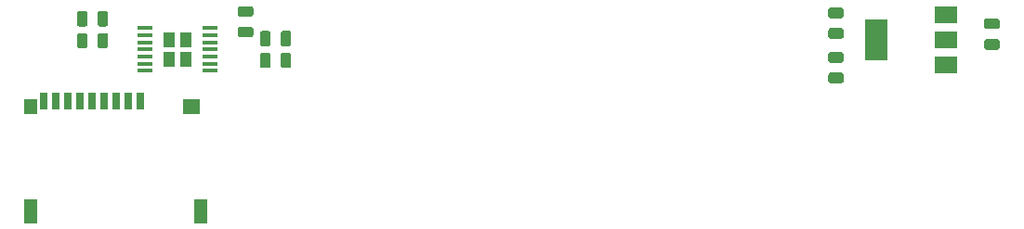
<source format=gbr>
G04 #@! TF.GenerationSoftware,KiCad,Pcbnew,(5.1.5)-3*
G04 #@! TF.CreationDate,2020-07-15T19:05:23-05:00*
G04 #@! TF.ProjectId,PikateaBSB,50696b61-7465-4614-9253-422e6b696361,rev?*
G04 #@! TF.SameCoordinates,Original*
G04 #@! TF.FileFunction,Paste,Top*
G04 #@! TF.FilePolarity,Positive*
%FSLAX46Y46*%
G04 Gerber Fmt 4.6, Leading zero omitted, Abs format (unit mm)*
G04 Created by KiCad (PCBNEW (5.1.5)-3) date 2020-07-15 19:05:23*
%MOMM*%
%LPD*%
G04 APERTURE LIST*
%ADD10R,1.100000X1.400000*%
%ADD11R,1.450000X0.450000*%
%ADD12R,0.700000X1.600000*%
%ADD13R,1.200000X1.400000*%
%ADD14R,1.600000X1.400000*%
%ADD15R,1.200000X2.200000*%
%ADD16R,2.000000X1.500000*%
%ADD17R,2.000000X3.800000*%
%ADD18C,0.100000*%
G04 APERTURE END LIST*
D10*
X151650000Y-47100000D03*
D11*
X155350000Y-46050000D03*
X155350000Y-46700000D03*
X155350000Y-47350000D03*
X155350000Y-48000000D03*
X155350000Y-48650000D03*
X155350000Y-49300000D03*
X155350000Y-49950000D03*
X149450000Y-49950000D03*
X149450000Y-49300000D03*
X149450000Y-48650000D03*
X149450000Y-48000000D03*
X149450000Y-47350000D03*
X149450000Y-46700000D03*
X149450000Y-46050000D03*
D10*
X153150000Y-47100000D03*
X153150000Y-48900000D03*
X151650000Y-48900000D03*
D12*
X146800000Y-52700000D03*
X147900000Y-52700000D03*
X149000000Y-52700000D03*
X145700000Y-52700000D03*
X144600000Y-52700000D03*
X143500000Y-52700000D03*
X141300000Y-52700000D03*
X142400000Y-52700000D03*
X140200000Y-52700000D03*
D13*
X139050000Y-53200000D03*
D14*
X153650000Y-53200000D03*
D15*
X139050000Y-62800000D03*
X154550000Y-62800000D03*
D16*
X222400000Y-49400000D03*
X222400000Y-44800000D03*
X222400000Y-47100000D03*
D17*
X216100000Y-47100000D03*
D18*
G36*
X145867642Y-46501174D02*
G01*
X145891303Y-46504684D01*
X145914507Y-46510496D01*
X145937029Y-46518554D01*
X145958653Y-46528782D01*
X145979170Y-46541079D01*
X145998383Y-46555329D01*
X146016107Y-46571393D01*
X146032171Y-46589117D01*
X146046421Y-46608330D01*
X146058718Y-46628847D01*
X146068946Y-46650471D01*
X146077004Y-46672993D01*
X146082816Y-46696197D01*
X146086326Y-46719858D01*
X146087500Y-46743750D01*
X146087500Y-47656250D01*
X146086326Y-47680142D01*
X146082816Y-47703803D01*
X146077004Y-47727007D01*
X146068946Y-47749529D01*
X146058718Y-47771153D01*
X146046421Y-47791670D01*
X146032171Y-47810883D01*
X146016107Y-47828607D01*
X145998383Y-47844671D01*
X145979170Y-47858921D01*
X145958653Y-47871218D01*
X145937029Y-47881446D01*
X145914507Y-47889504D01*
X145891303Y-47895316D01*
X145867642Y-47898826D01*
X145843750Y-47900000D01*
X145356250Y-47900000D01*
X145332358Y-47898826D01*
X145308697Y-47895316D01*
X145285493Y-47889504D01*
X145262971Y-47881446D01*
X145241347Y-47871218D01*
X145220830Y-47858921D01*
X145201617Y-47844671D01*
X145183893Y-47828607D01*
X145167829Y-47810883D01*
X145153579Y-47791670D01*
X145141282Y-47771153D01*
X145131054Y-47749529D01*
X145122996Y-47727007D01*
X145117184Y-47703803D01*
X145113674Y-47680142D01*
X145112500Y-47656250D01*
X145112500Y-46743750D01*
X145113674Y-46719858D01*
X145117184Y-46696197D01*
X145122996Y-46672993D01*
X145131054Y-46650471D01*
X145141282Y-46628847D01*
X145153579Y-46608330D01*
X145167829Y-46589117D01*
X145183893Y-46571393D01*
X145201617Y-46555329D01*
X145220830Y-46541079D01*
X145241347Y-46528782D01*
X145262971Y-46518554D01*
X145285493Y-46510496D01*
X145308697Y-46504684D01*
X145332358Y-46501174D01*
X145356250Y-46500000D01*
X145843750Y-46500000D01*
X145867642Y-46501174D01*
G37*
G36*
X143992642Y-46501174D02*
G01*
X144016303Y-46504684D01*
X144039507Y-46510496D01*
X144062029Y-46518554D01*
X144083653Y-46528782D01*
X144104170Y-46541079D01*
X144123383Y-46555329D01*
X144141107Y-46571393D01*
X144157171Y-46589117D01*
X144171421Y-46608330D01*
X144183718Y-46628847D01*
X144193946Y-46650471D01*
X144202004Y-46672993D01*
X144207816Y-46696197D01*
X144211326Y-46719858D01*
X144212500Y-46743750D01*
X144212500Y-47656250D01*
X144211326Y-47680142D01*
X144207816Y-47703803D01*
X144202004Y-47727007D01*
X144193946Y-47749529D01*
X144183718Y-47771153D01*
X144171421Y-47791670D01*
X144157171Y-47810883D01*
X144141107Y-47828607D01*
X144123383Y-47844671D01*
X144104170Y-47858921D01*
X144083653Y-47871218D01*
X144062029Y-47881446D01*
X144039507Y-47889504D01*
X144016303Y-47895316D01*
X143992642Y-47898826D01*
X143968750Y-47900000D01*
X143481250Y-47900000D01*
X143457358Y-47898826D01*
X143433697Y-47895316D01*
X143410493Y-47889504D01*
X143387971Y-47881446D01*
X143366347Y-47871218D01*
X143345830Y-47858921D01*
X143326617Y-47844671D01*
X143308893Y-47828607D01*
X143292829Y-47810883D01*
X143278579Y-47791670D01*
X143266282Y-47771153D01*
X143256054Y-47749529D01*
X143247996Y-47727007D01*
X143242184Y-47703803D01*
X143238674Y-47680142D01*
X143237500Y-47656250D01*
X143237500Y-46743750D01*
X143238674Y-46719858D01*
X143242184Y-46696197D01*
X143247996Y-46672993D01*
X143256054Y-46650471D01*
X143266282Y-46628847D01*
X143278579Y-46608330D01*
X143292829Y-46589117D01*
X143308893Y-46571393D01*
X143326617Y-46555329D01*
X143345830Y-46541079D01*
X143366347Y-46528782D01*
X143387971Y-46518554D01*
X143410493Y-46510496D01*
X143433697Y-46504684D01*
X143457358Y-46501174D01*
X143481250Y-46500000D01*
X143968750Y-46500000D01*
X143992642Y-46501174D01*
G37*
G36*
X145867642Y-44501174D02*
G01*
X145891303Y-44504684D01*
X145914507Y-44510496D01*
X145937029Y-44518554D01*
X145958653Y-44528782D01*
X145979170Y-44541079D01*
X145998383Y-44555329D01*
X146016107Y-44571393D01*
X146032171Y-44589117D01*
X146046421Y-44608330D01*
X146058718Y-44628847D01*
X146068946Y-44650471D01*
X146077004Y-44672993D01*
X146082816Y-44696197D01*
X146086326Y-44719858D01*
X146087500Y-44743750D01*
X146087500Y-45656250D01*
X146086326Y-45680142D01*
X146082816Y-45703803D01*
X146077004Y-45727007D01*
X146068946Y-45749529D01*
X146058718Y-45771153D01*
X146046421Y-45791670D01*
X146032171Y-45810883D01*
X146016107Y-45828607D01*
X145998383Y-45844671D01*
X145979170Y-45858921D01*
X145958653Y-45871218D01*
X145937029Y-45881446D01*
X145914507Y-45889504D01*
X145891303Y-45895316D01*
X145867642Y-45898826D01*
X145843750Y-45900000D01*
X145356250Y-45900000D01*
X145332358Y-45898826D01*
X145308697Y-45895316D01*
X145285493Y-45889504D01*
X145262971Y-45881446D01*
X145241347Y-45871218D01*
X145220830Y-45858921D01*
X145201617Y-45844671D01*
X145183893Y-45828607D01*
X145167829Y-45810883D01*
X145153579Y-45791670D01*
X145141282Y-45771153D01*
X145131054Y-45749529D01*
X145122996Y-45727007D01*
X145117184Y-45703803D01*
X145113674Y-45680142D01*
X145112500Y-45656250D01*
X145112500Y-44743750D01*
X145113674Y-44719858D01*
X145117184Y-44696197D01*
X145122996Y-44672993D01*
X145131054Y-44650471D01*
X145141282Y-44628847D01*
X145153579Y-44608330D01*
X145167829Y-44589117D01*
X145183893Y-44571393D01*
X145201617Y-44555329D01*
X145220830Y-44541079D01*
X145241347Y-44528782D01*
X145262971Y-44518554D01*
X145285493Y-44510496D01*
X145308697Y-44504684D01*
X145332358Y-44501174D01*
X145356250Y-44500000D01*
X145843750Y-44500000D01*
X145867642Y-44501174D01*
G37*
G36*
X143992642Y-44501174D02*
G01*
X144016303Y-44504684D01*
X144039507Y-44510496D01*
X144062029Y-44518554D01*
X144083653Y-44528782D01*
X144104170Y-44541079D01*
X144123383Y-44555329D01*
X144141107Y-44571393D01*
X144157171Y-44589117D01*
X144171421Y-44608330D01*
X144183718Y-44628847D01*
X144193946Y-44650471D01*
X144202004Y-44672993D01*
X144207816Y-44696197D01*
X144211326Y-44719858D01*
X144212500Y-44743750D01*
X144212500Y-45656250D01*
X144211326Y-45680142D01*
X144207816Y-45703803D01*
X144202004Y-45727007D01*
X144193946Y-45749529D01*
X144183718Y-45771153D01*
X144171421Y-45791670D01*
X144157171Y-45810883D01*
X144141107Y-45828607D01*
X144123383Y-45844671D01*
X144104170Y-45858921D01*
X144083653Y-45871218D01*
X144062029Y-45881446D01*
X144039507Y-45889504D01*
X144016303Y-45895316D01*
X143992642Y-45898826D01*
X143968750Y-45900000D01*
X143481250Y-45900000D01*
X143457358Y-45898826D01*
X143433697Y-45895316D01*
X143410493Y-45889504D01*
X143387971Y-45881446D01*
X143366347Y-45871218D01*
X143345830Y-45858921D01*
X143326617Y-45844671D01*
X143308893Y-45828607D01*
X143292829Y-45810883D01*
X143278579Y-45791670D01*
X143266282Y-45771153D01*
X143256054Y-45749529D01*
X143247996Y-45727007D01*
X143242184Y-45703803D01*
X143238674Y-45680142D01*
X143237500Y-45656250D01*
X143237500Y-44743750D01*
X143238674Y-44719858D01*
X143242184Y-44696197D01*
X143247996Y-44672993D01*
X143256054Y-44650471D01*
X143266282Y-44628847D01*
X143278579Y-44608330D01*
X143292829Y-44589117D01*
X143308893Y-44571393D01*
X143326617Y-44555329D01*
X143345830Y-44541079D01*
X143366347Y-44528782D01*
X143387971Y-44518554D01*
X143410493Y-44510496D01*
X143433697Y-44504684D01*
X143457358Y-44501174D01*
X143481250Y-44500000D01*
X143968750Y-44500000D01*
X143992642Y-44501174D01*
G37*
G36*
X160667642Y-48301174D02*
G01*
X160691303Y-48304684D01*
X160714507Y-48310496D01*
X160737029Y-48318554D01*
X160758653Y-48328782D01*
X160779170Y-48341079D01*
X160798383Y-48355329D01*
X160816107Y-48371393D01*
X160832171Y-48389117D01*
X160846421Y-48408330D01*
X160858718Y-48428847D01*
X160868946Y-48450471D01*
X160877004Y-48472993D01*
X160882816Y-48496197D01*
X160886326Y-48519858D01*
X160887500Y-48543750D01*
X160887500Y-49456250D01*
X160886326Y-49480142D01*
X160882816Y-49503803D01*
X160877004Y-49527007D01*
X160868946Y-49549529D01*
X160858718Y-49571153D01*
X160846421Y-49591670D01*
X160832171Y-49610883D01*
X160816107Y-49628607D01*
X160798383Y-49644671D01*
X160779170Y-49658921D01*
X160758653Y-49671218D01*
X160737029Y-49681446D01*
X160714507Y-49689504D01*
X160691303Y-49695316D01*
X160667642Y-49698826D01*
X160643750Y-49700000D01*
X160156250Y-49700000D01*
X160132358Y-49698826D01*
X160108697Y-49695316D01*
X160085493Y-49689504D01*
X160062971Y-49681446D01*
X160041347Y-49671218D01*
X160020830Y-49658921D01*
X160001617Y-49644671D01*
X159983893Y-49628607D01*
X159967829Y-49610883D01*
X159953579Y-49591670D01*
X159941282Y-49571153D01*
X159931054Y-49549529D01*
X159922996Y-49527007D01*
X159917184Y-49503803D01*
X159913674Y-49480142D01*
X159912500Y-49456250D01*
X159912500Y-48543750D01*
X159913674Y-48519858D01*
X159917184Y-48496197D01*
X159922996Y-48472993D01*
X159931054Y-48450471D01*
X159941282Y-48428847D01*
X159953579Y-48408330D01*
X159967829Y-48389117D01*
X159983893Y-48371393D01*
X160001617Y-48355329D01*
X160020830Y-48341079D01*
X160041347Y-48328782D01*
X160062971Y-48318554D01*
X160085493Y-48310496D01*
X160108697Y-48304684D01*
X160132358Y-48301174D01*
X160156250Y-48300000D01*
X160643750Y-48300000D01*
X160667642Y-48301174D01*
G37*
G36*
X162542642Y-48301174D02*
G01*
X162566303Y-48304684D01*
X162589507Y-48310496D01*
X162612029Y-48318554D01*
X162633653Y-48328782D01*
X162654170Y-48341079D01*
X162673383Y-48355329D01*
X162691107Y-48371393D01*
X162707171Y-48389117D01*
X162721421Y-48408330D01*
X162733718Y-48428847D01*
X162743946Y-48450471D01*
X162752004Y-48472993D01*
X162757816Y-48496197D01*
X162761326Y-48519858D01*
X162762500Y-48543750D01*
X162762500Y-49456250D01*
X162761326Y-49480142D01*
X162757816Y-49503803D01*
X162752004Y-49527007D01*
X162743946Y-49549529D01*
X162733718Y-49571153D01*
X162721421Y-49591670D01*
X162707171Y-49610883D01*
X162691107Y-49628607D01*
X162673383Y-49644671D01*
X162654170Y-49658921D01*
X162633653Y-49671218D01*
X162612029Y-49681446D01*
X162589507Y-49689504D01*
X162566303Y-49695316D01*
X162542642Y-49698826D01*
X162518750Y-49700000D01*
X162031250Y-49700000D01*
X162007358Y-49698826D01*
X161983697Y-49695316D01*
X161960493Y-49689504D01*
X161937971Y-49681446D01*
X161916347Y-49671218D01*
X161895830Y-49658921D01*
X161876617Y-49644671D01*
X161858893Y-49628607D01*
X161842829Y-49610883D01*
X161828579Y-49591670D01*
X161816282Y-49571153D01*
X161806054Y-49549529D01*
X161797996Y-49527007D01*
X161792184Y-49503803D01*
X161788674Y-49480142D01*
X161787500Y-49456250D01*
X161787500Y-48543750D01*
X161788674Y-48519858D01*
X161792184Y-48496197D01*
X161797996Y-48472993D01*
X161806054Y-48450471D01*
X161816282Y-48428847D01*
X161828579Y-48408330D01*
X161842829Y-48389117D01*
X161858893Y-48371393D01*
X161876617Y-48355329D01*
X161895830Y-48341079D01*
X161916347Y-48328782D01*
X161937971Y-48318554D01*
X161960493Y-48310496D01*
X161983697Y-48304684D01*
X162007358Y-48301174D01*
X162031250Y-48300000D01*
X162518750Y-48300000D01*
X162542642Y-48301174D01*
G37*
G36*
X162542642Y-46301174D02*
G01*
X162566303Y-46304684D01*
X162589507Y-46310496D01*
X162612029Y-46318554D01*
X162633653Y-46328782D01*
X162654170Y-46341079D01*
X162673383Y-46355329D01*
X162691107Y-46371393D01*
X162707171Y-46389117D01*
X162721421Y-46408330D01*
X162733718Y-46428847D01*
X162743946Y-46450471D01*
X162752004Y-46472993D01*
X162757816Y-46496197D01*
X162761326Y-46519858D01*
X162762500Y-46543750D01*
X162762500Y-47456250D01*
X162761326Y-47480142D01*
X162757816Y-47503803D01*
X162752004Y-47527007D01*
X162743946Y-47549529D01*
X162733718Y-47571153D01*
X162721421Y-47591670D01*
X162707171Y-47610883D01*
X162691107Y-47628607D01*
X162673383Y-47644671D01*
X162654170Y-47658921D01*
X162633653Y-47671218D01*
X162612029Y-47681446D01*
X162589507Y-47689504D01*
X162566303Y-47695316D01*
X162542642Y-47698826D01*
X162518750Y-47700000D01*
X162031250Y-47700000D01*
X162007358Y-47698826D01*
X161983697Y-47695316D01*
X161960493Y-47689504D01*
X161937971Y-47681446D01*
X161916347Y-47671218D01*
X161895830Y-47658921D01*
X161876617Y-47644671D01*
X161858893Y-47628607D01*
X161842829Y-47610883D01*
X161828579Y-47591670D01*
X161816282Y-47571153D01*
X161806054Y-47549529D01*
X161797996Y-47527007D01*
X161792184Y-47503803D01*
X161788674Y-47480142D01*
X161787500Y-47456250D01*
X161787500Y-46543750D01*
X161788674Y-46519858D01*
X161792184Y-46496197D01*
X161797996Y-46472993D01*
X161806054Y-46450471D01*
X161816282Y-46428847D01*
X161828579Y-46408330D01*
X161842829Y-46389117D01*
X161858893Y-46371393D01*
X161876617Y-46355329D01*
X161895830Y-46341079D01*
X161916347Y-46328782D01*
X161937971Y-46318554D01*
X161960493Y-46310496D01*
X161983697Y-46304684D01*
X162007358Y-46301174D01*
X162031250Y-46300000D01*
X162518750Y-46300000D01*
X162542642Y-46301174D01*
G37*
G36*
X160667642Y-46301174D02*
G01*
X160691303Y-46304684D01*
X160714507Y-46310496D01*
X160737029Y-46318554D01*
X160758653Y-46328782D01*
X160779170Y-46341079D01*
X160798383Y-46355329D01*
X160816107Y-46371393D01*
X160832171Y-46389117D01*
X160846421Y-46408330D01*
X160858718Y-46428847D01*
X160868946Y-46450471D01*
X160877004Y-46472993D01*
X160882816Y-46496197D01*
X160886326Y-46519858D01*
X160887500Y-46543750D01*
X160887500Y-47456250D01*
X160886326Y-47480142D01*
X160882816Y-47503803D01*
X160877004Y-47527007D01*
X160868946Y-47549529D01*
X160858718Y-47571153D01*
X160846421Y-47591670D01*
X160832171Y-47610883D01*
X160816107Y-47628607D01*
X160798383Y-47644671D01*
X160779170Y-47658921D01*
X160758653Y-47671218D01*
X160737029Y-47681446D01*
X160714507Y-47689504D01*
X160691303Y-47695316D01*
X160667642Y-47698826D01*
X160643750Y-47700000D01*
X160156250Y-47700000D01*
X160132358Y-47698826D01*
X160108697Y-47695316D01*
X160085493Y-47689504D01*
X160062971Y-47681446D01*
X160041347Y-47671218D01*
X160020830Y-47658921D01*
X160001617Y-47644671D01*
X159983893Y-47628607D01*
X159967829Y-47610883D01*
X159953579Y-47591670D01*
X159941282Y-47571153D01*
X159931054Y-47549529D01*
X159922996Y-47527007D01*
X159917184Y-47503803D01*
X159913674Y-47480142D01*
X159912500Y-47456250D01*
X159912500Y-46543750D01*
X159913674Y-46519858D01*
X159917184Y-46496197D01*
X159922996Y-46472993D01*
X159931054Y-46450471D01*
X159941282Y-46428847D01*
X159953579Y-46408330D01*
X159967829Y-46389117D01*
X159983893Y-46371393D01*
X160001617Y-46355329D01*
X160020830Y-46341079D01*
X160041347Y-46328782D01*
X160062971Y-46318554D01*
X160085493Y-46310496D01*
X160108697Y-46304684D01*
X160132358Y-46301174D01*
X160156250Y-46300000D01*
X160643750Y-46300000D01*
X160667642Y-46301174D01*
G37*
G36*
X212880142Y-50113674D02*
G01*
X212903803Y-50117184D01*
X212927007Y-50122996D01*
X212949529Y-50131054D01*
X212971153Y-50141282D01*
X212991670Y-50153579D01*
X213010883Y-50167829D01*
X213028607Y-50183893D01*
X213044671Y-50201617D01*
X213058921Y-50220830D01*
X213071218Y-50241347D01*
X213081446Y-50262971D01*
X213089504Y-50285493D01*
X213095316Y-50308697D01*
X213098826Y-50332358D01*
X213100000Y-50356250D01*
X213100000Y-50843750D01*
X213098826Y-50867642D01*
X213095316Y-50891303D01*
X213089504Y-50914507D01*
X213081446Y-50937029D01*
X213071218Y-50958653D01*
X213058921Y-50979170D01*
X213044671Y-50998383D01*
X213028607Y-51016107D01*
X213010883Y-51032171D01*
X212991670Y-51046421D01*
X212971153Y-51058718D01*
X212949529Y-51068946D01*
X212927007Y-51077004D01*
X212903803Y-51082816D01*
X212880142Y-51086326D01*
X212856250Y-51087500D01*
X211943750Y-51087500D01*
X211919858Y-51086326D01*
X211896197Y-51082816D01*
X211872993Y-51077004D01*
X211850471Y-51068946D01*
X211828847Y-51058718D01*
X211808330Y-51046421D01*
X211789117Y-51032171D01*
X211771393Y-51016107D01*
X211755329Y-50998383D01*
X211741079Y-50979170D01*
X211728782Y-50958653D01*
X211718554Y-50937029D01*
X211710496Y-50914507D01*
X211704684Y-50891303D01*
X211701174Y-50867642D01*
X211700000Y-50843750D01*
X211700000Y-50356250D01*
X211701174Y-50332358D01*
X211704684Y-50308697D01*
X211710496Y-50285493D01*
X211718554Y-50262971D01*
X211728782Y-50241347D01*
X211741079Y-50220830D01*
X211755329Y-50201617D01*
X211771393Y-50183893D01*
X211789117Y-50167829D01*
X211808330Y-50153579D01*
X211828847Y-50141282D01*
X211850471Y-50131054D01*
X211872993Y-50122996D01*
X211896197Y-50117184D01*
X211919858Y-50113674D01*
X211943750Y-50112500D01*
X212856250Y-50112500D01*
X212880142Y-50113674D01*
G37*
G36*
X212880142Y-48238674D02*
G01*
X212903803Y-48242184D01*
X212927007Y-48247996D01*
X212949529Y-48256054D01*
X212971153Y-48266282D01*
X212991670Y-48278579D01*
X213010883Y-48292829D01*
X213028607Y-48308893D01*
X213044671Y-48326617D01*
X213058921Y-48345830D01*
X213071218Y-48366347D01*
X213081446Y-48387971D01*
X213089504Y-48410493D01*
X213095316Y-48433697D01*
X213098826Y-48457358D01*
X213100000Y-48481250D01*
X213100000Y-48968750D01*
X213098826Y-48992642D01*
X213095316Y-49016303D01*
X213089504Y-49039507D01*
X213081446Y-49062029D01*
X213071218Y-49083653D01*
X213058921Y-49104170D01*
X213044671Y-49123383D01*
X213028607Y-49141107D01*
X213010883Y-49157171D01*
X212991670Y-49171421D01*
X212971153Y-49183718D01*
X212949529Y-49193946D01*
X212927007Y-49202004D01*
X212903803Y-49207816D01*
X212880142Y-49211326D01*
X212856250Y-49212500D01*
X211943750Y-49212500D01*
X211919858Y-49211326D01*
X211896197Y-49207816D01*
X211872993Y-49202004D01*
X211850471Y-49193946D01*
X211828847Y-49183718D01*
X211808330Y-49171421D01*
X211789117Y-49157171D01*
X211771393Y-49141107D01*
X211755329Y-49123383D01*
X211741079Y-49104170D01*
X211728782Y-49083653D01*
X211718554Y-49062029D01*
X211710496Y-49039507D01*
X211704684Y-49016303D01*
X211701174Y-48992642D01*
X211700000Y-48968750D01*
X211700000Y-48481250D01*
X211701174Y-48457358D01*
X211704684Y-48433697D01*
X211710496Y-48410493D01*
X211718554Y-48387971D01*
X211728782Y-48366347D01*
X211741079Y-48345830D01*
X211755329Y-48326617D01*
X211771393Y-48308893D01*
X211789117Y-48292829D01*
X211808330Y-48278579D01*
X211828847Y-48266282D01*
X211850471Y-48256054D01*
X211872993Y-48247996D01*
X211896197Y-48242184D01*
X211919858Y-48238674D01*
X211943750Y-48237500D01*
X212856250Y-48237500D01*
X212880142Y-48238674D01*
G37*
G36*
X159080142Y-45913674D02*
G01*
X159103803Y-45917184D01*
X159127007Y-45922996D01*
X159149529Y-45931054D01*
X159171153Y-45941282D01*
X159191670Y-45953579D01*
X159210883Y-45967829D01*
X159228607Y-45983893D01*
X159244671Y-46001617D01*
X159258921Y-46020830D01*
X159271218Y-46041347D01*
X159281446Y-46062971D01*
X159289504Y-46085493D01*
X159295316Y-46108697D01*
X159298826Y-46132358D01*
X159300000Y-46156250D01*
X159300000Y-46643750D01*
X159298826Y-46667642D01*
X159295316Y-46691303D01*
X159289504Y-46714507D01*
X159281446Y-46737029D01*
X159271218Y-46758653D01*
X159258921Y-46779170D01*
X159244671Y-46798383D01*
X159228607Y-46816107D01*
X159210883Y-46832171D01*
X159191670Y-46846421D01*
X159171153Y-46858718D01*
X159149529Y-46868946D01*
X159127007Y-46877004D01*
X159103803Y-46882816D01*
X159080142Y-46886326D01*
X159056250Y-46887500D01*
X158143750Y-46887500D01*
X158119858Y-46886326D01*
X158096197Y-46882816D01*
X158072993Y-46877004D01*
X158050471Y-46868946D01*
X158028847Y-46858718D01*
X158008330Y-46846421D01*
X157989117Y-46832171D01*
X157971393Y-46816107D01*
X157955329Y-46798383D01*
X157941079Y-46779170D01*
X157928782Y-46758653D01*
X157918554Y-46737029D01*
X157910496Y-46714507D01*
X157904684Y-46691303D01*
X157901174Y-46667642D01*
X157900000Y-46643750D01*
X157900000Y-46156250D01*
X157901174Y-46132358D01*
X157904684Y-46108697D01*
X157910496Y-46085493D01*
X157918554Y-46062971D01*
X157928782Y-46041347D01*
X157941079Y-46020830D01*
X157955329Y-46001617D01*
X157971393Y-45983893D01*
X157989117Y-45967829D01*
X158008330Y-45953579D01*
X158028847Y-45941282D01*
X158050471Y-45931054D01*
X158072993Y-45922996D01*
X158096197Y-45917184D01*
X158119858Y-45913674D01*
X158143750Y-45912500D01*
X159056250Y-45912500D01*
X159080142Y-45913674D01*
G37*
G36*
X159080142Y-44038674D02*
G01*
X159103803Y-44042184D01*
X159127007Y-44047996D01*
X159149529Y-44056054D01*
X159171153Y-44066282D01*
X159191670Y-44078579D01*
X159210883Y-44092829D01*
X159228607Y-44108893D01*
X159244671Y-44126617D01*
X159258921Y-44145830D01*
X159271218Y-44166347D01*
X159281446Y-44187971D01*
X159289504Y-44210493D01*
X159295316Y-44233697D01*
X159298826Y-44257358D01*
X159300000Y-44281250D01*
X159300000Y-44768750D01*
X159298826Y-44792642D01*
X159295316Y-44816303D01*
X159289504Y-44839507D01*
X159281446Y-44862029D01*
X159271218Y-44883653D01*
X159258921Y-44904170D01*
X159244671Y-44923383D01*
X159228607Y-44941107D01*
X159210883Y-44957171D01*
X159191670Y-44971421D01*
X159171153Y-44983718D01*
X159149529Y-44993946D01*
X159127007Y-45002004D01*
X159103803Y-45007816D01*
X159080142Y-45011326D01*
X159056250Y-45012500D01*
X158143750Y-45012500D01*
X158119858Y-45011326D01*
X158096197Y-45007816D01*
X158072993Y-45002004D01*
X158050471Y-44993946D01*
X158028847Y-44983718D01*
X158008330Y-44971421D01*
X157989117Y-44957171D01*
X157971393Y-44941107D01*
X157955329Y-44923383D01*
X157941079Y-44904170D01*
X157928782Y-44883653D01*
X157918554Y-44862029D01*
X157910496Y-44839507D01*
X157904684Y-44816303D01*
X157901174Y-44792642D01*
X157900000Y-44768750D01*
X157900000Y-44281250D01*
X157901174Y-44257358D01*
X157904684Y-44233697D01*
X157910496Y-44210493D01*
X157918554Y-44187971D01*
X157928782Y-44166347D01*
X157941079Y-44145830D01*
X157955329Y-44126617D01*
X157971393Y-44108893D01*
X157989117Y-44092829D01*
X158008330Y-44078579D01*
X158028847Y-44066282D01*
X158050471Y-44056054D01*
X158072993Y-44047996D01*
X158096197Y-44042184D01*
X158119858Y-44038674D01*
X158143750Y-44037500D01*
X159056250Y-44037500D01*
X159080142Y-44038674D01*
G37*
G36*
X227080142Y-47051174D02*
G01*
X227103803Y-47054684D01*
X227127007Y-47060496D01*
X227149529Y-47068554D01*
X227171153Y-47078782D01*
X227191670Y-47091079D01*
X227210883Y-47105329D01*
X227228607Y-47121393D01*
X227244671Y-47139117D01*
X227258921Y-47158330D01*
X227271218Y-47178847D01*
X227281446Y-47200471D01*
X227289504Y-47222993D01*
X227295316Y-47246197D01*
X227298826Y-47269858D01*
X227300000Y-47293750D01*
X227300000Y-47781250D01*
X227298826Y-47805142D01*
X227295316Y-47828803D01*
X227289504Y-47852007D01*
X227281446Y-47874529D01*
X227271218Y-47896153D01*
X227258921Y-47916670D01*
X227244671Y-47935883D01*
X227228607Y-47953607D01*
X227210883Y-47969671D01*
X227191670Y-47983921D01*
X227171153Y-47996218D01*
X227149529Y-48006446D01*
X227127007Y-48014504D01*
X227103803Y-48020316D01*
X227080142Y-48023826D01*
X227056250Y-48025000D01*
X226143750Y-48025000D01*
X226119858Y-48023826D01*
X226096197Y-48020316D01*
X226072993Y-48014504D01*
X226050471Y-48006446D01*
X226028847Y-47996218D01*
X226008330Y-47983921D01*
X225989117Y-47969671D01*
X225971393Y-47953607D01*
X225955329Y-47935883D01*
X225941079Y-47916670D01*
X225928782Y-47896153D01*
X225918554Y-47874529D01*
X225910496Y-47852007D01*
X225904684Y-47828803D01*
X225901174Y-47805142D01*
X225900000Y-47781250D01*
X225900000Y-47293750D01*
X225901174Y-47269858D01*
X225904684Y-47246197D01*
X225910496Y-47222993D01*
X225918554Y-47200471D01*
X225928782Y-47178847D01*
X225941079Y-47158330D01*
X225955329Y-47139117D01*
X225971393Y-47121393D01*
X225989117Y-47105329D01*
X226008330Y-47091079D01*
X226028847Y-47078782D01*
X226050471Y-47068554D01*
X226072993Y-47060496D01*
X226096197Y-47054684D01*
X226119858Y-47051174D01*
X226143750Y-47050000D01*
X227056250Y-47050000D01*
X227080142Y-47051174D01*
G37*
G36*
X227080142Y-45176174D02*
G01*
X227103803Y-45179684D01*
X227127007Y-45185496D01*
X227149529Y-45193554D01*
X227171153Y-45203782D01*
X227191670Y-45216079D01*
X227210883Y-45230329D01*
X227228607Y-45246393D01*
X227244671Y-45264117D01*
X227258921Y-45283330D01*
X227271218Y-45303847D01*
X227281446Y-45325471D01*
X227289504Y-45347993D01*
X227295316Y-45371197D01*
X227298826Y-45394858D01*
X227300000Y-45418750D01*
X227300000Y-45906250D01*
X227298826Y-45930142D01*
X227295316Y-45953803D01*
X227289504Y-45977007D01*
X227281446Y-45999529D01*
X227271218Y-46021153D01*
X227258921Y-46041670D01*
X227244671Y-46060883D01*
X227228607Y-46078607D01*
X227210883Y-46094671D01*
X227191670Y-46108921D01*
X227171153Y-46121218D01*
X227149529Y-46131446D01*
X227127007Y-46139504D01*
X227103803Y-46145316D01*
X227080142Y-46148826D01*
X227056250Y-46150000D01*
X226143750Y-46150000D01*
X226119858Y-46148826D01*
X226096197Y-46145316D01*
X226072993Y-46139504D01*
X226050471Y-46131446D01*
X226028847Y-46121218D01*
X226008330Y-46108921D01*
X225989117Y-46094671D01*
X225971393Y-46078607D01*
X225955329Y-46060883D01*
X225941079Y-46041670D01*
X225928782Y-46021153D01*
X225918554Y-45999529D01*
X225910496Y-45977007D01*
X225904684Y-45953803D01*
X225901174Y-45930142D01*
X225900000Y-45906250D01*
X225900000Y-45418750D01*
X225901174Y-45394858D01*
X225904684Y-45371197D01*
X225910496Y-45347993D01*
X225918554Y-45325471D01*
X225928782Y-45303847D01*
X225941079Y-45283330D01*
X225955329Y-45264117D01*
X225971393Y-45246393D01*
X225989117Y-45230329D01*
X226008330Y-45216079D01*
X226028847Y-45203782D01*
X226050471Y-45193554D01*
X226072993Y-45185496D01*
X226096197Y-45179684D01*
X226119858Y-45176174D01*
X226143750Y-45175000D01*
X227056250Y-45175000D01*
X227080142Y-45176174D01*
G37*
G36*
X212880142Y-44176174D02*
G01*
X212903803Y-44179684D01*
X212927007Y-44185496D01*
X212949529Y-44193554D01*
X212971153Y-44203782D01*
X212991670Y-44216079D01*
X213010883Y-44230329D01*
X213028607Y-44246393D01*
X213044671Y-44264117D01*
X213058921Y-44283330D01*
X213071218Y-44303847D01*
X213081446Y-44325471D01*
X213089504Y-44347993D01*
X213095316Y-44371197D01*
X213098826Y-44394858D01*
X213100000Y-44418750D01*
X213100000Y-44906250D01*
X213098826Y-44930142D01*
X213095316Y-44953803D01*
X213089504Y-44977007D01*
X213081446Y-44999529D01*
X213071218Y-45021153D01*
X213058921Y-45041670D01*
X213044671Y-45060883D01*
X213028607Y-45078607D01*
X213010883Y-45094671D01*
X212991670Y-45108921D01*
X212971153Y-45121218D01*
X212949529Y-45131446D01*
X212927007Y-45139504D01*
X212903803Y-45145316D01*
X212880142Y-45148826D01*
X212856250Y-45150000D01*
X211943750Y-45150000D01*
X211919858Y-45148826D01*
X211896197Y-45145316D01*
X211872993Y-45139504D01*
X211850471Y-45131446D01*
X211828847Y-45121218D01*
X211808330Y-45108921D01*
X211789117Y-45094671D01*
X211771393Y-45078607D01*
X211755329Y-45060883D01*
X211741079Y-45041670D01*
X211728782Y-45021153D01*
X211718554Y-44999529D01*
X211710496Y-44977007D01*
X211704684Y-44953803D01*
X211701174Y-44930142D01*
X211700000Y-44906250D01*
X211700000Y-44418750D01*
X211701174Y-44394858D01*
X211704684Y-44371197D01*
X211710496Y-44347993D01*
X211718554Y-44325471D01*
X211728782Y-44303847D01*
X211741079Y-44283330D01*
X211755329Y-44264117D01*
X211771393Y-44246393D01*
X211789117Y-44230329D01*
X211808330Y-44216079D01*
X211828847Y-44203782D01*
X211850471Y-44193554D01*
X211872993Y-44185496D01*
X211896197Y-44179684D01*
X211919858Y-44176174D01*
X211943750Y-44175000D01*
X212856250Y-44175000D01*
X212880142Y-44176174D01*
G37*
G36*
X212880142Y-46051174D02*
G01*
X212903803Y-46054684D01*
X212927007Y-46060496D01*
X212949529Y-46068554D01*
X212971153Y-46078782D01*
X212991670Y-46091079D01*
X213010883Y-46105329D01*
X213028607Y-46121393D01*
X213044671Y-46139117D01*
X213058921Y-46158330D01*
X213071218Y-46178847D01*
X213081446Y-46200471D01*
X213089504Y-46222993D01*
X213095316Y-46246197D01*
X213098826Y-46269858D01*
X213100000Y-46293750D01*
X213100000Y-46781250D01*
X213098826Y-46805142D01*
X213095316Y-46828803D01*
X213089504Y-46852007D01*
X213081446Y-46874529D01*
X213071218Y-46896153D01*
X213058921Y-46916670D01*
X213044671Y-46935883D01*
X213028607Y-46953607D01*
X213010883Y-46969671D01*
X212991670Y-46983921D01*
X212971153Y-46996218D01*
X212949529Y-47006446D01*
X212927007Y-47014504D01*
X212903803Y-47020316D01*
X212880142Y-47023826D01*
X212856250Y-47025000D01*
X211943750Y-47025000D01*
X211919858Y-47023826D01*
X211896197Y-47020316D01*
X211872993Y-47014504D01*
X211850471Y-47006446D01*
X211828847Y-46996218D01*
X211808330Y-46983921D01*
X211789117Y-46969671D01*
X211771393Y-46953607D01*
X211755329Y-46935883D01*
X211741079Y-46916670D01*
X211728782Y-46896153D01*
X211718554Y-46874529D01*
X211710496Y-46852007D01*
X211704684Y-46828803D01*
X211701174Y-46805142D01*
X211700000Y-46781250D01*
X211700000Y-46293750D01*
X211701174Y-46269858D01*
X211704684Y-46246197D01*
X211710496Y-46222993D01*
X211718554Y-46200471D01*
X211728782Y-46178847D01*
X211741079Y-46158330D01*
X211755329Y-46139117D01*
X211771393Y-46121393D01*
X211789117Y-46105329D01*
X211808330Y-46091079D01*
X211828847Y-46078782D01*
X211850471Y-46068554D01*
X211872993Y-46060496D01*
X211896197Y-46054684D01*
X211919858Y-46051174D01*
X211943750Y-46050000D01*
X212856250Y-46050000D01*
X212880142Y-46051174D01*
G37*
M02*

</source>
